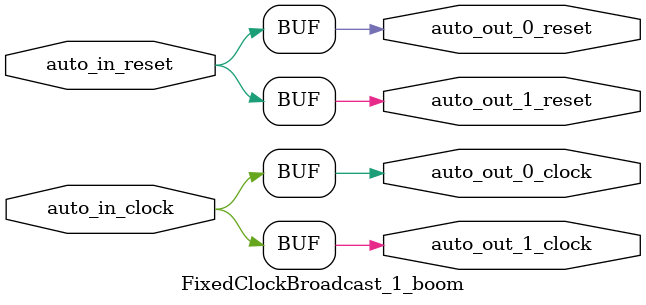
<source format=sv>
`ifndef RANDOMIZE
  `ifdef RANDOMIZE_REG_INIT
    `define RANDOMIZE
  `endif // RANDOMIZE_REG_INIT
`endif // not def RANDOMIZE
`ifndef RANDOMIZE
  `ifdef RANDOMIZE_MEM_INIT
    `define RANDOMIZE
  `endif // RANDOMIZE_MEM_INIT
`endif // not def RANDOMIZE

`ifndef RANDOM
  `define RANDOM $random
`endif // not def RANDOM

// Users can define 'PRINTF_COND' to add an extra gate to prints.
`ifndef PRINTF_COND_
  `ifdef PRINTF_COND
    `define PRINTF_COND_ (`PRINTF_COND)
  `else  // PRINTF_COND
    `define PRINTF_COND_ 1
  `endif // PRINTF_COND
`endif // not def PRINTF_COND_

// Users can define 'ASSERT_VERBOSE_COND' to add an extra gate to assert error printing.
`ifndef ASSERT_VERBOSE_COND_
  `ifdef ASSERT_VERBOSE_COND
    `define ASSERT_VERBOSE_COND_ (`ASSERT_VERBOSE_COND)
  `else  // ASSERT_VERBOSE_COND
    `define ASSERT_VERBOSE_COND_ 1
  `endif // ASSERT_VERBOSE_COND
`endif // not def ASSERT_VERBOSE_COND_

// Users can define 'STOP_COND' to add an extra gate to stop conditions.
`ifndef STOP_COND_
  `ifdef STOP_COND
    `define STOP_COND_ (`STOP_COND)
  `else  // STOP_COND
    `define STOP_COND_ 1
  `endif // STOP_COND
`endif // not def STOP_COND_

// Users can define INIT_RANDOM as general code that gets injected into the
// initializer block for modules with registers.
`ifndef INIT_RANDOM
  `define INIT_RANDOM
`endif // not def INIT_RANDOM

// If using random initialization, you can also define RANDOMIZE_DELAY to
// customize the delay used, otherwise 0.002 is used.
`ifndef RANDOMIZE_DELAY
  `define RANDOMIZE_DELAY 0.002
`endif // not def RANDOMIZE_DELAY

// Define INIT_RANDOM_PROLOG_ for use in our modules below.
`ifndef INIT_RANDOM_PROLOG_
  `ifdef RANDOMIZE
    `ifdef VERILATOR
      `define INIT_RANDOM_PROLOG_ `INIT_RANDOM
    `else  // VERILATOR
      `define INIT_RANDOM_PROLOG_ `INIT_RANDOM #`RANDOMIZE_DELAY begin end
    `endif // VERILATOR
  `else  // RANDOMIZE
    `define INIT_RANDOM_PROLOG_
  `endif // RANDOMIZE
`endif // not def INIT_RANDOM_PROLOG_

module FixedClockBroadcast_1_boom(
  input  auto_in_clock,
         auto_in_reset,
  output auto_out_1_clock,
         auto_out_1_reset,
         auto_out_0_clock,
         auto_out_0_reset
);

  assign auto_out_1_clock = auto_in_clock;
  assign auto_out_1_reset = auto_in_reset;
  assign auto_out_0_clock = auto_in_clock;
  assign auto_out_0_reset = auto_in_reset;
endmodule


</source>
